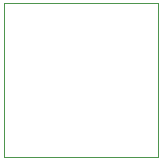
<source format=gm1>
%TF.GenerationSoftware,KiCad,Pcbnew,4.0.6+dfsg1-1*%
%TF.CreationDate,2017-09-07T21:46:30+02:00*%
%TF.ProjectId,fx2grok-tiny,66783267726F6B2D74696E792E6B6963,rev?*%
%TF.FileFunction,Profile,NP*%
%FSLAX46Y46*%
G04 Gerber Fmt 4.6, Leading zero omitted, Abs format (unit mm)*
G04 Created by KiCad (PCBNEW 4.0.6+dfsg1-1) date Thu Sep  7 21:46:30 2017*
%MOMM*%
%LPD*%
G01*
G04 APERTURE LIST*
%ADD10C,0.150000*%
%ADD11C,0.025400*%
G04 APERTURE END LIST*
D10*
D11*
X79700120Y-50749200D02*
X80700880Y-50749200D01*
X79700120Y-37749480D02*
X80700880Y-37749480D01*
X80700880Y-38750240D02*
X80700880Y-37749480D01*
X67701160Y-38750240D02*
X67701160Y-37749480D01*
X79700120Y-37749480D02*
X67701160Y-37749480D01*
X80700880Y-50749200D02*
X80700880Y-38750240D01*
X67701160Y-50749200D02*
X79700120Y-50749200D01*
X67701160Y-38750240D02*
X67701160Y-50749200D01*
M02*

</source>
